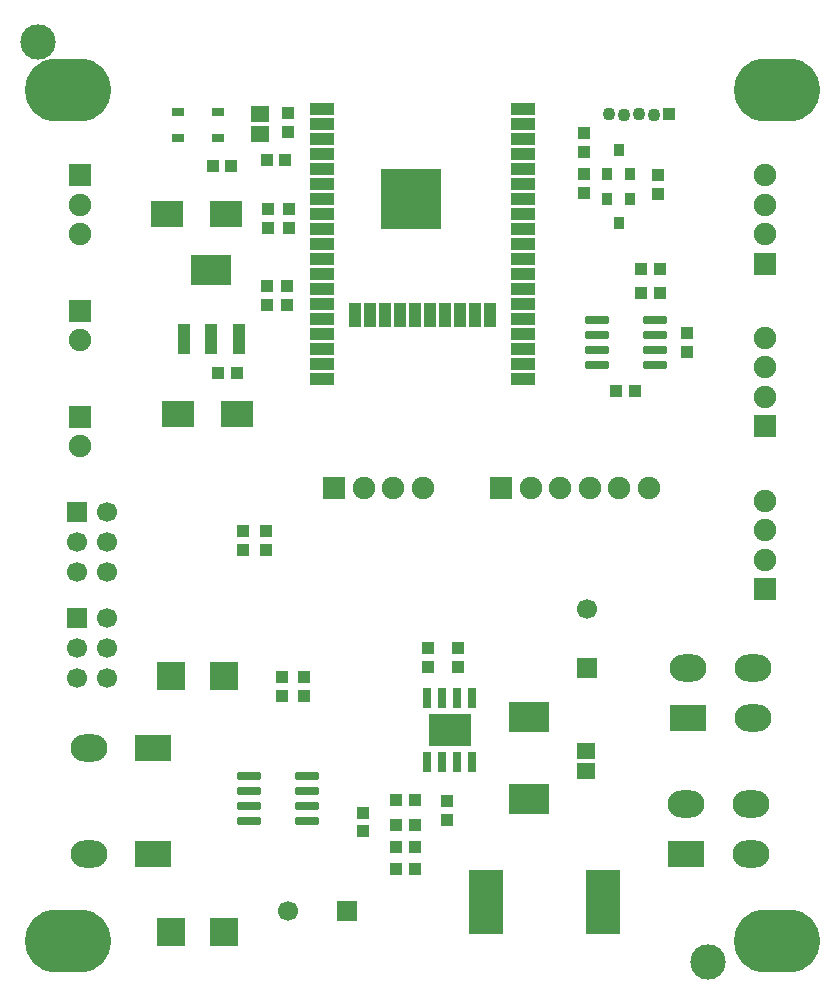
<source format=gts>
G04*
G04 #@! TF.GenerationSoftware,Altium Limited,Altium Designer,21.8.1 (53)*
G04*
G04 Layer_Color=8388736*
%FSLAX44Y44*%
%MOMM*%
G71*
G04*
G04 #@! TF.SameCoordinates,D16A5DDD-09C7-43D5-B036-B9B5DCE20735*
G04*
G04*
G04 #@! TF.FilePolarity,Negative*
G04*
G01*
G75*
%ADD19R,3.4000X2.5000*%
%ADD20R,1.1000X2.5000*%
%ADD21R,2.4000X2.4000*%
%ADD22R,2.7000X2.3000*%
%ADD23R,1.1000X1.1000*%
G04:AMPARAMS|DCode=24|XSize=2.07mm|YSize=0.7mm|CornerRadius=0.125mm|HoleSize=0mm|Usage=FLASHONLY|Rotation=180.000|XOffset=0mm|YOffset=0mm|HoleType=Round|Shape=RoundedRectangle|*
%AMROUNDEDRECTD24*
21,1,2.0700,0.4500,0,0,180.0*
21,1,1.8200,0.7000,0,0,180.0*
1,1,0.2500,-0.9100,0.2250*
1,1,0.2500,0.9100,0.2250*
1,1,0.2500,0.9100,-0.2250*
1,1,0.2500,-0.9100,-0.2250*
%
%ADD24ROUNDEDRECTD24*%
%ADD25R,1.0000X2.1000*%
%ADD26R,5.1000X5.1000*%
%ADD27R,2.1000X1.0000*%
%ADD28R,0.9000X1.1000*%
%ADD29R,1.0000X0.8000*%
%ADD30R,1.1000X1.1000*%
%ADD31R,1.6000X1.4000*%
%ADD32R,3.0000X5.5000*%
%ADD33R,3.4000X2.5000*%
%ADD34R,0.7100X1.7000*%
%ADD35R,3.6100X2.7200*%
%ADD36O,3.1000X2.3000*%
%ADD37R,3.1000X2.3000*%
%ADD38C,3.0000*%
%ADD39O,7.3000X5.3000*%
%ADD40C,1.7000*%
%ADD41R,1.7000X1.7000*%
%ADD42C,1.9000*%
%ADD43R,1.9000X1.9000*%
%ADD44R,1.9000X1.9000*%
%ADD45C,1.1000*%
%ADD46R,1.7000X1.7000*%
D19*
X-179000Y-22500D02*
D03*
D20*
X-156000Y-80500D02*
D03*
X-179000D02*
D03*
X-202000D02*
D03*
D21*
X-213250Y-366000D02*
D03*
X-168250D02*
D03*
X-213250Y-582750D02*
D03*
X-168250D02*
D03*
D22*
X-216500Y25000D02*
D03*
X-166500D02*
D03*
X-207500Y-144000D02*
D03*
X-157500D02*
D03*
D23*
X-131251Y29350D02*
D03*
Y13350D02*
D03*
X-119501Y-383150D02*
D03*
Y-367150D02*
D03*
X-100251Y-383150D02*
D03*
Y-367150D02*
D03*
X-51001Y-497650D02*
D03*
Y-481650D02*
D03*
X29499Y-358400D02*
D03*
Y-342400D02*
D03*
X136499Y58600D02*
D03*
Y42600D02*
D03*
X136749Y93600D02*
D03*
Y77600D02*
D03*
X199499Y42100D02*
D03*
Y58100D02*
D03*
X-113251Y29350D02*
D03*
Y13350D02*
D03*
X-114251Y110850D02*
D03*
Y94850D02*
D03*
X-152501Y-243150D02*
D03*
Y-259150D02*
D03*
X-132251Y-35900D02*
D03*
Y-51900D02*
D03*
X-132759Y-243154D02*
D03*
Y-259154D02*
D03*
X-114751Y-35900D02*
D03*
Y-51900D02*
D03*
X223749Y-75400D02*
D03*
Y-91400D02*
D03*
X4249Y-342400D02*
D03*
Y-358400D02*
D03*
X20499Y-471650D02*
D03*
Y-487650D02*
D03*
X208399Y109850D02*
D03*
D24*
X-147452Y-488701D02*
D03*
Y-476001D02*
D03*
Y-463301D02*
D03*
Y-450601D02*
D03*
X-98052D02*
D03*
Y-463301D02*
D03*
Y-476001D02*
D03*
Y-488701D02*
D03*
X196700Y-64274D02*
D03*
Y-76974D02*
D03*
Y-89674D02*
D03*
Y-102374D02*
D03*
X147300D02*
D03*
Y-89674D02*
D03*
Y-76974D02*
D03*
Y-64274D02*
D03*
D25*
X-57151Y-60800D02*
D03*
X-44451D02*
D03*
X-31751D02*
D03*
X-19051D02*
D03*
X-6351D02*
D03*
X6349D02*
D03*
X19049D02*
D03*
X31749D02*
D03*
X44449D02*
D03*
X57149D02*
D03*
D26*
X-10001Y38100D02*
D03*
D27*
X84999Y114300D02*
D03*
Y101600D02*
D03*
Y88900D02*
D03*
Y76200D02*
D03*
Y63500D02*
D03*
Y50800D02*
D03*
Y38100D02*
D03*
Y25400D02*
D03*
Y12700D02*
D03*
Y0D02*
D03*
Y-12700D02*
D03*
Y-25400D02*
D03*
Y-38100D02*
D03*
Y-50800D02*
D03*
Y-63500D02*
D03*
Y-76200D02*
D03*
Y-88900D02*
D03*
Y-101600D02*
D03*
X-85001Y-114300D02*
D03*
Y-101600D02*
D03*
Y-88900D02*
D03*
Y-76200D02*
D03*
Y-63500D02*
D03*
Y-50800D02*
D03*
Y-38100D02*
D03*
Y-25400D02*
D03*
Y-12700D02*
D03*
Y0D02*
D03*
Y12700D02*
D03*
Y25400D02*
D03*
Y38100D02*
D03*
Y50800D02*
D03*
Y63500D02*
D03*
Y76200D02*
D03*
Y88900D02*
D03*
Y101600D02*
D03*
Y114300D02*
D03*
X84999Y-114300D02*
D03*
D28*
X165749Y17600D02*
D03*
X156249Y37600D02*
D03*
X175249D02*
D03*
X165749Y79350D02*
D03*
X175249Y59350D02*
D03*
X156249D02*
D03*
D29*
X-207251Y89100D02*
D03*
X-173251Y111100D02*
D03*
Y89100D02*
D03*
X-207251Y111100D02*
D03*
D30*
X-116251Y71100D02*
D03*
X-132251D02*
D03*
X200749Y-21400D02*
D03*
X184749D02*
D03*
X200749Y-41400D02*
D03*
X184749D02*
D03*
X179999Y-124824D02*
D03*
X163999D02*
D03*
X-178001Y65600D02*
D03*
X-162001D02*
D03*
X-173000Y-109500D02*
D03*
X-157000D02*
D03*
X-6501Y-510650D02*
D03*
X-22501D02*
D03*
X-6501Y-529650D02*
D03*
X-22501D02*
D03*
X-22501Y-491900D02*
D03*
X-6501D02*
D03*
X-22501Y-471400D02*
D03*
X-6501D02*
D03*
D31*
X-138001Y109600D02*
D03*
Y92600D02*
D03*
X138249Y-446400D02*
D03*
Y-429400D02*
D03*
D32*
X53499Y-557150D02*
D03*
X152499D02*
D03*
D33*
X89999Y-400650D02*
D03*
Y-470150D02*
D03*
D34*
X41799Y-384900D02*
D03*
X29099D02*
D03*
X16399D02*
D03*
X3699D02*
D03*
X41799Y-438900D02*
D03*
X29099D02*
D03*
X16399D02*
D03*
X3699D02*
D03*
D35*
X22749Y-411900D02*
D03*
D36*
X279499Y-401400D02*
D03*
Y-359400D02*
D03*
X224499D02*
D03*
X277749Y-516650D02*
D03*
Y-474650D02*
D03*
X222749D02*
D03*
X-283000Y-427400D02*
D03*
Y-516900D02*
D03*
D37*
X224499Y-401400D02*
D03*
X222749Y-516650D02*
D03*
X-228000Y-427400D02*
D03*
Y-516900D02*
D03*
D38*
X241500Y-608500D02*
D03*
X-326000Y171000D02*
D03*
D39*
X-300000Y130000D02*
D03*
Y-590000D02*
D03*
X300000D02*
D03*
Y130000D02*
D03*
D40*
X-267300Y-317250D02*
D03*
Y-342650D02*
D03*
Y-368050D02*
D03*
X-292700Y-342650D02*
D03*
Y-368050D02*
D03*
X-267300Y-226900D02*
D03*
Y-252300D02*
D03*
Y-277700D02*
D03*
X-292700Y-252300D02*
D03*
Y-277700D02*
D03*
X-114251Y-564900D02*
D03*
X139000Y-309250D02*
D03*
D41*
X-292700Y-317250D02*
D03*
Y-226900D02*
D03*
X139000Y-359250D02*
D03*
D42*
X290000Y-267525D02*
D03*
Y-242525D02*
D03*
Y-217525D02*
D03*
X-290000Y32975D02*
D03*
Y7975D02*
D03*
Y-171400D02*
D03*
X290000Y-129762D02*
D03*
Y-104762D02*
D03*
Y-79762D02*
D03*
X-290000Y-81712D02*
D03*
X116499Y-207150D02*
D03*
X91499D02*
D03*
X141499D02*
D03*
X166499D02*
D03*
X191499D02*
D03*
X-25001D02*
D03*
X-50001D02*
D03*
X-1D02*
D03*
X290000Y58000D02*
D03*
Y8000D02*
D03*
Y33000D02*
D03*
D43*
Y-292525D02*
D03*
X-290000Y57975D02*
D03*
Y-146400D02*
D03*
X290000Y-154762D02*
D03*
X-290000Y-56712D02*
D03*
X290000Y-17000D02*
D03*
D44*
X66499Y-207150D02*
D03*
X-75001D02*
D03*
D45*
X182999Y109850D02*
D03*
X170299Y108850D02*
D03*
X195699D02*
D03*
X157599Y109850D02*
D03*
D46*
X-64251Y-564900D02*
D03*
M02*

</source>
